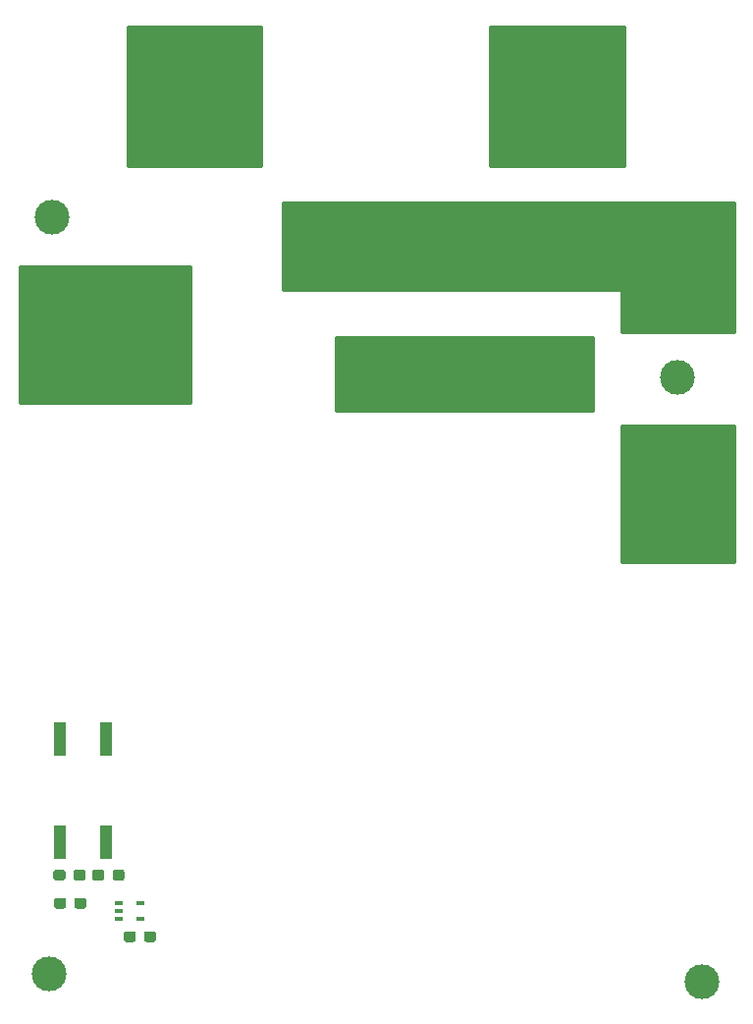
<source format=gbs>
%TF.GenerationSoftware,KiCad,Pcbnew,(5.1.8)-1*%
%TF.CreationDate,2021-02-13T14:21:56-08:00*%
%TF.ProjectId,20190720_Project_OCP-OVP-UVP,32303139-3037-4323-905f-50726f6a6563,A1*%
%TF.SameCoordinates,PX6ff61c0PY8823130*%
%TF.FileFunction,Soldermask,Bot*%
%TF.FilePolarity,Negative*%
%FSLAX46Y46*%
G04 Gerber Fmt 4.6, Leading zero omitted, Abs format (unit mm)*
G04 Created by KiCad (PCBNEW (5.1.8)-1) date 2021-02-13 14:21:56*
%MOMM*%
%LPD*%
G01*
G04 APERTURE LIST*
%ADD10C,10.000000*%
%ADD11C,3.000000*%
%ADD12R,1.000000X3.000000*%
%ADD13R,0.650000X0.400000*%
%ADD14C,0.254000*%
G04 APERTURE END LIST*
D10*
X16150000Y80250000D03*
X46150000Y80250000D03*
D11*
X3000000Y4600000D03*
X59300000Y3900000D03*
X3200000Y69800000D03*
X57200000Y56000000D03*
G36*
G01*
X7750000Y13362500D02*
X7750000Y12887500D01*
G75*
G02*
X7512500Y12650000I-237500J0D01*
G01*
X6937500Y12650000D01*
G75*
G02*
X6700000Y12887500I0J237500D01*
G01*
X6700000Y13362500D01*
G75*
G02*
X6937500Y13600000I237500J0D01*
G01*
X7512500Y13600000D01*
G75*
G02*
X7750000Y13362500I0J-237500D01*
G01*
G37*
G36*
G01*
X9500000Y13362500D02*
X9500000Y12887500D01*
G75*
G02*
X9262500Y12650000I-237500J0D01*
G01*
X8687500Y12650000D01*
G75*
G02*
X8450000Y12887500I0J237500D01*
G01*
X8450000Y13362500D01*
G75*
G02*
X8687500Y13600000I237500J0D01*
G01*
X9262500Y13600000D01*
G75*
G02*
X9500000Y13362500I0J-237500D01*
G01*
G37*
G36*
G01*
X9425000Y7587500D02*
X9425000Y8062500D01*
G75*
G02*
X9662500Y8300000I237500J0D01*
G01*
X10237500Y8300000D01*
G75*
G02*
X10475000Y8062500I0J-237500D01*
G01*
X10475000Y7587500D01*
G75*
G02*
X10237500Y7350000I-237500J0D01*
G01*
X9662500Y7350000D01*
G75*
G02*
X9425000Y7587500I0J237500D01*
G01*
G37*
G36*
G01*
X11175000Y7587500D02*
X11175000Y8062500D01*
G75*
G02*
X11412500Y8300000I237500J0D01*
G01*
X11987500Y8300000D01*
G75*
G02*
X12225000Y8062500I0J-237500D01*
G01*
X12225000Y7587500D01*
G75*
G02*
X11987500Y7350000I-237500J0D01*
G01*
X11412500Y7350000D01*
G75*
G02*
X11175000Y7587500I0J237500D01*
G01*
G37*
G36*
G01*
X6200000Y10937500D02*
X6200000Y10462500D01*
G75*
G02*
X5962500Y10225000I-237500J0D01*
G01*
X5387500Y10225000D01*
G75*
G02*
X5150000Y10462500I0J237500D01*
G01*
X5150000Y10937500D01*
G75*
G02*
X5387500Y11175000I237500J0D01*
G01*
X5962500Y11175000D01*
G75*
G02*
X6200000Y10937500I0J-237500D01*
G01*
G37*
G36*
G01*
X4450000Y10937500D02*
X4450000Y10462500D01*
G75*
G02*
X4212500Y10225000I-237500J0D01*
G01*
X3637500Y10225000D01*
G75*
G02*
X3400000Y10462500I0J237500D01*
G01*
X3400000Y10937500D01*
G75*
G02*
X3637500Y11175000I237500J0D01*
G01*
X4212500Y11175000D01*
G75*
G02*
X4450000Y10937500I0J-237500D01*
G01*
G37*
G36*
G01*
X4400000Y13362500D02*
X4400000Y12887500D01*
G75*
G02*
X4162500Y12650000I-237500J0D01*
G01*
X3587500Y12650000D01*
G75*
G02*
X3350000Y12887500I0J237500D01*
G01*
X3350000Y13362500D01*
G75*
G02*
X3587500Y13600000I237500J0D01*
G01*
X4162500Y13600000D01*
G75*
G02*
X4400000Y13362500I0J-237500D01*
G01*
G37*
G36*
G01*
X6150000Y13362500D02*
X6150000Y12887500D01*
G75*
G02*
X5912500Y12650000I-237500J0D01*
G01*
X5337500Y12650000D01*
G75*
G02*
X5100000Y12887500I0J237500D01*
G01*
X5100000Y13362500D01*
G75*
G02*
X5337500Y13600000I237500J0D01*
G01*
X5912500Y13600000D01*
G75*
G02*
X6150000Y13362500I0J-237500D01*
G01*
G37*
D12*
X7875000Y15950000D03*
X3875000Y15950000D03*
X7875000Y24850000D03*
X3875000Y24850000D03*
D13*
X8975000Y9400000D03*
X8975000Y10700000D03*
X8975000Y10050000D03*
X10875000Y10700000D03*
X10875000Y9400000D03*
D14*
X15173000Y53827000D02*
X427000Y53827000D01*
X427000Y65573000D01*
X15173000Y65573000D01*
X15173000Y53827000D01*
G36*
X15173000Y53827000D02*
G01*
X427000Y53827000D01*
X427000Y65573000D01*
X15173000Y65573000D01*
X15173000Y53827000D01*
G37*
X21273000Y74227000D02*
X9727000Y74227000D01*
X9727000Y86273000D01*
X21273000Y86273000D01*
X21273000Y74227000D01*
G36*
X21273000Y74227000D02*
G01*
X9727000Y74227000D01*
X9727000Y86273000D01*
X21273000Y86273000D01*
X21273000Y74227000D01*
G37*
X52573000Y74227000D02*
X41027000Y74227000D01*
X41027000Y86273000D01*
X52573000Y86273000D01*
X52573000Y74227000D01*
G36*
X52573000Y74227000D02*
G01*
X41027000Y74227000D01*
X41027000Y86273000D01*
X52573000Y86273000D01*
X52573000Y74227000D01*
G37*
X52273000Y63527000D02*
X23127000Y63527000D01*
X23127000Y71073000D01*
X52273000Y71073000D01*
X52273000Y63527000D01*
G36*
X52273000Y63527000D02*
G01*
X23127000Y63527000D01*
X23127000Y71073000D01*
X52273000Y71073000D01*
X52273000Y63527000D01*
G37*
X49873000Y53127000D02*
X27727000Y53127000D01*
X27727000Y59473000D01*
X49873000Y59473000D01*
X49873000Y53127000D01*
G36*
X49873000Y53127000D02*
G01*
X27727000Y53127000D01*
X27727000Y59473000D01*
X49873000Y59473000D01*
X49873000Y53127000D01*
G37*
X62073000Y40127000D02*
X52327000Y40127000D01*
X52327000Y51873000D01*
X62073000Y51873000D01*
X62073000Y40127000D01*
G36*
X62073000Y40127000D02*
G01*
X52327000Y40127000D01*
X52327000Y51873000D01*
X62073000Y51873000D01*
X62073000Y40127000D01*
G37*
X62073000Y59927000D02*
X52327000Y59927000D01*
X52327000Y71073000D01*
X62073000Y71073000D01*
X62073000Y59927000D01*
G36*
X62073000Y59927000D02*
G01*
X52327000Y59927000D01*
X52327000Y71073000D01*
X62073000Y71073000D01*
X62073000Y59927000D01*
G37*
M02*

</source>
